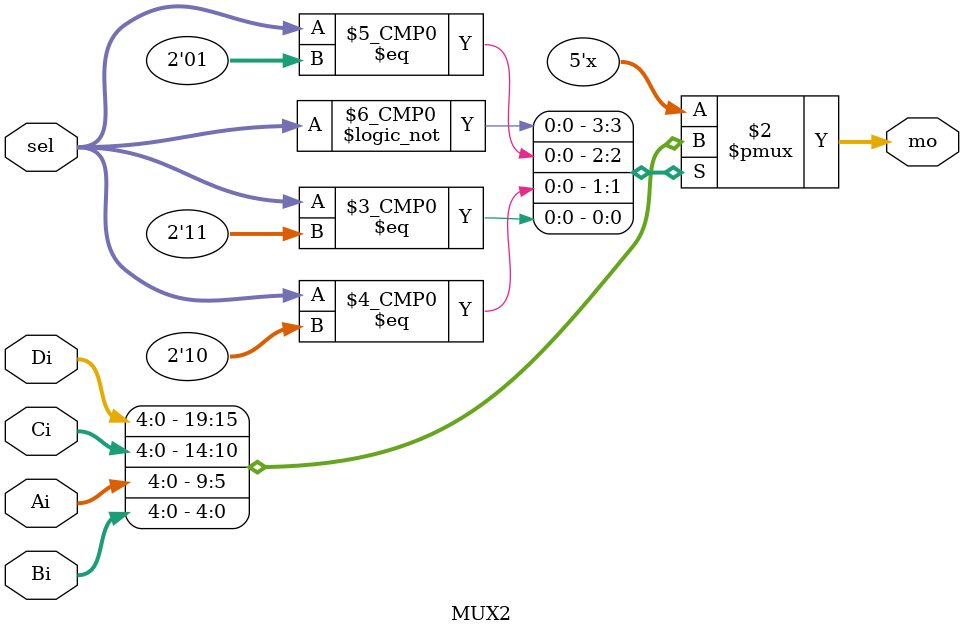
<source format=sv>
module MUX2 #(
  parameter N = 5
)(
	input [1:0] sel,
	input [(N-1):0] Ai, Bi, Ci, Di,
	output reg [(N-1):0] mo
);
	
	always @* begin
		case (sel)
			2'b00:	mo <= Di;
			2'b01:	mo <= Ci;
			2'b10:	mo <= Ai;
			2'b11:	mo <= Bi;
		endcase
	end

endmodule
</source>
